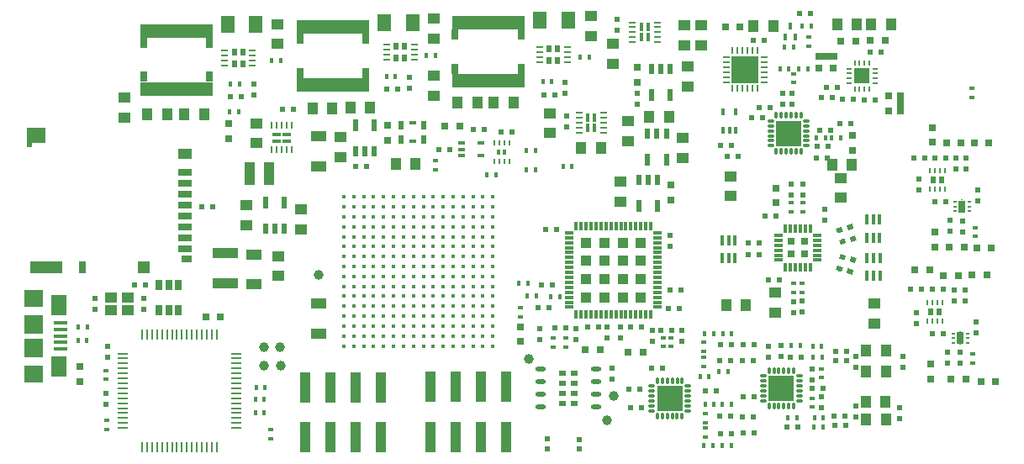
<source format=gbr>
G04 #@! TF.GenerationSoftware,KiCad,Pcbnew,(5.1.2)-1*
G04 #@! TF.CreationDate,2019-06-04T17:54:49-04:00*
G04 #@! TF.ProjectId,fmcw3,666d6377-332e-46b6-9963-61645f706362,rev?*
G04 #@! TF.SameCoordinates,Original*
G04 #@! TF.FileFunction,Paste,Top*
G04 #@! TF.FilePolarity,Positive*
%FSLAX46Y46*%
G04 Gerber Fmt 4.6, Leading zero omitted, Abs format (unit mm)*
G04 Created by KiCad (PCBNEW (5.1.2)-1) date 2019-06-04 17:54:49*
%MOMM*%
%LPD*%
G04 APERTURE LIST*
%ADD10R,1.250000X1.000000*%
%ADD11R,1.000000X1.250000*%
%ADD12R,0.500000X0.600000*%
%ADD13R,0.528000X0.636000*%
%ADD14R,0.280000X0.500000*%
%ADD15R,1.000000X3.150000*%
%ADD16R,0.850000X0.450000*%
%ADD17R,0.280000X0.800000*%
%ADD18R,0.450000X0.850000*%
%ADD19R,0.800000X0.280000*%
%ADD20R,0.600000X0.500000*%
%ADD21R,0.250000X1.000000*%
%ADD22R,1.000000X0.250000*%
%ADD23R,0.550000X0.200000*%
%ADD24R,0.200000X0.550000*%
%ADD25R,1.500000X1.500000*%
%ADD26R,0.400000X0.650000*%
%ADD27R,0.700000X2.300000*%
%ADD28R,0.700000X0.800000*%
%ADD29R,2.300000X0.700000*%
%ADD30R,0.800000X0.700000*%
%ADD31R,1.102500X1.102500*%
%ADD32R,0.850000X0.300000*%
%ADD33R,0.300000X0.850000*%
%ADD34R,0.800000X0.750000*%
%ADD35C,0.400000*%
%ADD36R,0.600000X1.050000*%
%ADD37R,0.600000X1.250000*%
%ADD38R,1.150000X1.000000*%
%ADD39R,0.400000X0.600000*%
%ADD40R,0.600000X0.400000*%
%ADD41C,0.500000*%
%ADD42C,0.100000*%
%ADD43R,0.750000X0.800000*%
%ADD44R,1.600000X1.000000*%
%ADD45R,2.500000X1.000000*%
%ADD46R,0.498000X0.714000*%
%ADD47R,0.700000X0.250000*%
%ADD48R,0.720000X0.615000*%
%ADD49O,1.100000X0.450000*%
%ADD50R,0.780000X0.780000*%
%ADD51R,0.650000X0.400000*%
%ADD52R,0.350000X1.000000*%
%ADD53R,0.390000X0.540000*%
%ADD54R,1.400000X0.700000*%
%ADD55R,1.100000X0.700000*%
%ADD56R,0.800000X1.200000*%
%ADD57R,1.200000X1.200000*%
%ADD58R,1.400000X1.000000*%
%ADD59R,3.200000X1.200000*%
%ADD60R,1.900000X1.500000*%
%ADD61R,0.500000X0.500000*%
%ADD62R,0.550000X0.500000*%
%ADD63R,0.500000X0.825000*%
%ADD64R,0.700000X0.430000*%
%ADD65R,1.340000X1.800000*%
%ADD66R,0.701040X1.000760*%
%ADD67R,0.460000X0.650000*%
%ADD68R,7.300000X1.400000*%
%ADD69R,0.650000X1.000000*%
%ADD70C,1.000000*%
%ADD71R,1.350000X0.400000*%
%ADD72R,1.600000X2.100000*%
%ADD73R,1.900000X1.800000*%
%ADD74R,1.900000X1.900000*%
%ADD75O,0.300000X0.700000*%
%ADD76O,0.700000X0.300000*%
%ADD77R,2.500000X2.500000*%
%ADD78R,0.250000X0.700000*%
%ADD79R,2.700000X2.700000*%
%ADD80R,0.200000X0.050000*%
%ADD81R,0.700000X1.200000*%
%ADD82R,0.350000X0.250000*%
G04 APERTURE END LIST*
D10*
X203425000Y-97175000D03*
X203425000Y-95175000D03*
D11*
X202550000Y-93850000D03*
X204550000Y-93850000D03*
D12*
X215925000Y-106475000D03*
X215925000Y-107575000D03*
X211025000Y-108725000D03*
X211025000Y-109825000D03*
X216000000Y-94250000D03*
X216000000Y-93150000D03*
X211325000Y-96350000D03*
X211325000Y-95250000D03*
D13*
X212685000Y-95375000D03*
X213565000Y-95375000D03*
D14*
X212375000Y-94425000D03*
X212875000Y-94425000D03*
X213375000Y-94425000D03*
X213875000Y-94425000D03*
X213875000Y-96325000D03*
X213375000Y-96325000D03*
X212875000Y-96325000D03*
X212375000Y-96325000D03*
X212125000Y-109600000D03*
X212625000Y-109600000D03*
X213125000Y-109600000D03*
X213625000Y-109600000D03*
X213625000Y-107700000D03*
X213125000Y-107700000D03*
X212625000Y-107700000D03*
X212125000Y-107700000D03*
D13*
X213315000Y-108650000D03*
X212435000Y-108650000D03*
D15*
X149490000Y-121300000D03*
X149490000Y-116250000D03*
X152030000Y-121300000D03*
X152030000Y-116250000D03*
X154570000Y-121300000D03*
X154570000Y-116250000D03*
X157110000Y-121300000D03*
X157110000Y-116250000D03*
D16*
X147625350Y-90783810D03*
X147625350Y-91443810D03*
X146625350Y-91443810D03*
X146625350Y-90783810D03*
D17*
X148125350Y-89863810D03*
X148125350Y-92363810D03*
X146125350Y-89863810D03*
X146625350Y-89863810D03*
X147125350Y-89863810D03*
X147625350Y-89863810D03*
X147625350Y-92363810D03*
X147125350Y-92363810D03*
X146625350Y-92363810D03*
X146125350Y-92363810D03*
D18*
X177963022Y-89131050D03*
X178623022Y-89131050D03*
X178623022Y-90131050D03*
X177963022Y-90131050D03*
D19*
X177043022Y-88631050D03*
X179543022Y-88631050D03*
X177043022Y-90631050D03*
X177043022Y-90131050D03*
X177043022Y-89631050D03*
X177043022Y-89131050D03*
X179543022Y-89131050D03*
X179543022Y-89631050D03*
X179543022Y-90131050D03*
X179543022Y-90631050D03*
D18*
X183370000Y-80000000D03*
X184030000Y-80000000D03*
X184030000Y-81000000D03*
X183370000Y-81000000D03*
D19*
X182450000Y-79500000D03*
X184950000Y-79500000D03*
X182450000Y-81500000D03*
X182450000Y-81000000D03*
X182450000Y-80500000D03*
X182450000Y-80000000D03*
X184950000Y-80000000D03*
X184950000Y-80500000D03*
X184950000Y-81000000D03*
X184950000Y-81500000D03*
D20*
X200350000Y-78575000D03*
X199250000Y-78575000D03*
D21*
X133060000Y-110910000D03*
X133560000Y-110910000D03*
X134060000Y-110910000D03*
X134560000Y-110910000D03*
X135060000Y-110910000D03*
X135560000Y-110910000D03*
X136060000Y-110910000D03*
X136560000Y-110910000D03*
X137060000Y-110910000D03*
X137560000Y-110910000D03*
X138060000Y-110910000D03*
X138560000Y-110910000D03*
X139060000Y-110910000D03*
X139560000Y-110910000D03*
X140060000Y-110910000D03*
X140560000Y-110910000D03*
D22*
X142510000Y-112860000D03*
X142510000Y-113360000D03*
X142510000Y-113860000D03*
X142510000Y-114360000D03*
X142510000Y-114860000D03*
X142510000Y-115360000D03*
X142510000Y-115860000D03*
X142510000Y-116360000D03*
X142510000Y-116860000D03*
X142510000Y-117360000D03*
X142510000Y-117860000D03*
X142510000Y-118360000D03*
X142510000Y-118860000D03*
X142510000Y-119360000D03*
X142510000Y-119860000D03*
X142510000Y-120360000D03*
D21*
X140560000Y-122310000D03*
X140060000Y-122310000D03*
X139560000Y-122310000D03*
X139060000Y-122310000D03*
X138560000Y-122310000D03*
X138060000Y-122310000D03*
X137560000Y-122310000D03*
X137060000Y-122310000D03*
X136560000Y-122310000D03*
X136060000Y-122310000D03*
X135560000Y-122310000D03*
X135060000Y-122310000D03*
X134560000Y-122310000D03*
X134060000Y-122310000D03*
X133560000Y-122310000D03*
X133060000Y-122310000D03*
D22*
X131110000Y-120360000D03*
X131110000Y-119860000D03*
X131110000Y-119360000D03*
X131110000Y-118860000D03*
X131110000Y-118360000D03*
X131110000Y-117860000D03*
X131110000Y-117360000D03*
X131110000Y-116860000D03*
X131110000Y-116360000D03*
X131110000Y-115860000D03*
X131110000Y-115360000D03*
X131110000Y-114860000D03*
X131110000Y-114360000D03*
X131110000Y-113860000D03*
X131110000Y-113360000D03*
X131110000Y-112860000D03*
D23*
X204235000Y-84160000D03*
X204235000Y-85660000D03*
X204235000Y-84660000D03*
X204235000Y-85160000D03*
D24*
X204810000Y-86235000D03*
X205310000Y-86235000D03*
X205810000Y-86235000D03*
X206310000Y-86235000D03*
D23*
X206885000Y-85660000D03*
X206885000Y-85160000D03*
X206885000Y-84660000D03*
X206885000Y-84160000D03*
D24*
X206310000Y-83585000D03*
X205810000Y-83585000D03*
X205310000Y-83585000D03*
X204810000Y-83585000D03*
D25*
X205560000Y-84910000D03*
D26*
X191550000Y-88500000D03*
X192850000Y-88500000D03*
X192200000Y-90400000D03*
X192850000Y-90400000D03*
X191550000Y-90400000D03*
D27*
X209420000Y-87650000D03*
D28*
X208220000Y-86900000D03*
X208220000Y-88400000D03*
D29*
X201930000Y-82950000D03*
D30*
X201180000Y-84150000D03*
X202680000Y-84150000D03*
D11*
X193875000Y-107950000D03*
X191875000Y-107950000D03*
D10*
X206775000Y-109850000D03*
X206775000Y-107850000D03*
D31*
X177769286Y-107201944D03*
X179606786Y-107201944D03*
X181444286Y-107201944D03*
X183281786Y-107201944D03*
X177769286Y-105364444D03*
X179606786Y-105364444D03*
X181444286Y-105364444D03*
X183281786Y-105364444D03*
X177769286Y-103526944D03*
X179606786Y-103526944D03*
X181444286Y-103526944D03*
X183281786Y-103526944D03*
X177769286Y-101689444D03*
X179606786Y-101689444D03*
X181444286Y-101689444D03*
X183281786Y-101689444D03*
D32*
X176075536Y-108195694D03*
X176075536Y-107695694D03*
X176075536Y-107195694D03*
X176075536Y-106695694D03*
X176075536Y-106195694D03*
X176075536Y-105695694D03*
X176075536Y-105195694D03*
X176075536Y-104695694D03*
X176075536Y-104195694D03*
X176075536Y-103695694D03*
X176075536Y-103195694D03*
X176075536Y-102695694D03*
X176075536Y-102195694D03*
X176075536Y-101695694D03*
X176075536Y-101195694D03*
X176075536Y-100695694D03*
D33*
X176775536Y-99995694D03*
X177275536Y-99995694D03*
X177775536Y-99995694D03*
X178275536Y-99995694D03*
X178775536Y-99995694D03*
X179275536Y-99995694D03*
X179775536Y-99995694D03*
X180275536Y-99995694D03*
X180775536Y-99995694D03*
X181275536Y-99995694D03*
X181775536Y-99995694D03*
X182275536Y-99995694D03*
X182775536Y-99995694D03*
X183275536Y-99995694D03*
X183775536Y-99995694D03*
X184275536Y-99995694D03*
D32*
X184975536Y-100695694D03*
X184975536Y-101195694D03*
X184975536Y-101695694D03*
X184975536Y-102195694D03*
X184975536Y-102695694D03*
X184975536Y-103195694D03*
X184975536Y-103695694D03*
X184975536Y-104195694D03*
X184975536Y-104695694D03*
X184975536Y-105195694D03*
X184975536Y-105695694D03*
X184975536Y-106195694D03*
X184975536Y-106695694D03*
X184975536Y-107195694D03*
X184975536Y-107695694D03*
X184975536Y-108195694D03*
D33*
X184275536Y-108895694D03*
X183775536Y-108895694D03*
X183275536Y-108895694D03*
X182775536Y-108895694D03*
X182275536Y-108895694D03*
X181775536Y-108895694D03*
X181275536Y-108895694D03*
X180775536Y-108895694D03*
X180275536Y-108895694D03*
X179775536Y-108895694D03*
X179275536Y-108895694D03*
X178775536Y-108895694D03*
X178275536Y-108895694D03*
X177775536Y-108895694D03*
X177275536Y-108895694D03*
X176775536Y-108895694D03*
D34*
X140950000Y-109150000D03*
X139450000Y-109150000D03*
D35*
X168373547Y-112097215D03*
X168373547Y-111097215D03*
X168373547Y-110097215D03*
X168373547Y-109097215D03*
X168373547Y-108097215D03*
X168373547Y-107097215D03*
X168373547Y-106097215D03*
X168373547Y-105097215D03*
X168373547Y-104097215D03*
X168373547Y-103097215D03*
X168373547Y-102097215D03*
X168373547Y-101097215D03*
X168373547Y-100097215D03*
X168373547Y-99097215D03*
X168373547Y-98097215D03*
X168373547Y-97097215D03*
X167373547Y-112097215D03*
X167373547Y-111097215D03*
X167373547Y-110097215D03*
X167373547Y-109097215D03*
X167373547Y-108097215D03*
X167373547Y-107097215D03*
X167373547Y-106097215D03*
X167373547Y-105097215D03*
X167373547Y-104097215D03*
X167373547Y-103097215D03*
X167373547Y-102097215D03*
X167373547Y-101097215D03*
X167373547Y-100097215D03*
X167373547Y-99097215D03*
X167373547Y-98097215D03*
X167373547Y-97097215D03*
X166373547Y-112097215D03*
X166373547Y-111097215D03*
X166373547Y-110097215D03*
X166373547Y-109097215D03*
X166373547Y-108097215D03*
X166373547Y-107097215D03*
X166373547Y-106097215D03*
X166373547Y-105097215D03*
X166373547Y-104097215D03*
X166373547Y-103097215D03*
X166373547Y-102097215D03*
X166373547Y-101097215D03*
X166373547Y-100097215D03*
X166373547Y-99097215D03*
X166373547Y-98097215D03*
X166373547Y-97097215D03*
X165373547Y-112097215D03*
X165373547Y-111097215D03*
X165373547Y-110097215D03*
X165373547Y-109097215D03*
X165373547Y-108097215D03*
X165373547Y-107097215D03*
X165373547Y-106097215D03*
X165373547Y-105097215D03*
X165373547Y-104097215D03*
X165373547Y-103097215D03*
X165373547Y-102097215D03*
X165373547Y-101097215D03*
X165373547Y-100097215D03*
X165373547Y-99097215D03*
X165373547Y-98097215D03*
X165373547Y-97097215D03*
X164373547Y-112097215D03*
X164373547Y-111097215D03*
X164373547Y-110097215D03*
X164373547Y-109097215D03*
X164373547Y-108097215D03*
X164373547Y-107097215D03*
X164373547Y-106097215D03*
X164373547Y-105097215D03*
X164373547Y-104097215D03*
X164373547Y-103097215D03*
X164373547Y-102097215D03*
X164373547Y-101097215D03*
X164373547Y-100097215D03*
X164373547Y-99097215D03*
X164373547Y-98097215D03*
X164373547Y-97097215D03*
X163373547Y-112097215D03*
X163373547Y-111097215D03*
X163373547Y-110097215D03*
X163373547Y-109097215D03*
X163373547Y-108097215D03*
X163373547Y-107097215D03*
X163373547Y-106097215D03*
X163373547Y-105097215D03*
X163373547Y-104097215D03*
X163373547Y-103097215D03*
X163373547Y-102097215D03*
X163373547Y-101097215D03*
X163373547Y-100097215D03*
X163373547Y-99097215D03*
X163373547Y-98097215D03*
X163373547Y-97097215D03*
X162373547Y-112097215D03*
X162373547Y-111097215D03*
X162373547Y-110097215D03*
X162373547Y-109097215D03*
X162373547Y-108097215D03*
X162373547Y-107097215D03*
X162373547Y-106097215D03*
X162373547Y-105097215D03*
X162373547Y-104097215D03*
X162373547Y-103097215D03*
X162373547Y-102097215D03*
X162373547Y-101097215D03*
X162373547Y-100097215D03*
X162373547Y-99097215D03*
X162373547Y-98097215D03*
X162373547Y-97097215D03*
X161373547Y-112097215D03*
X161373547Y-111097215D03*
X161373547Y-110097215D03*
X161373547Y-109097215D03*
X161373547Y-108097215D03*
X161373547Y-107097215D03*
X161373547Y-106097215D03*
X161373547Y-105097215D03*
X161373547Y-104097215D03*
X161373547Y-103097215D03*
X161373547Y-102097215D03*
X161373547Y-101097215D03*
X161373547Y-100097215D03*
X161373547Y-99097215D03*
X161373547Y-98097215D03*
X161373547Y-97097215D03*
X160373547Y-112097215D03*
X160373547Y-111097215D03*
X160373547Y-110097215D03*
X160373547Y-109097215D03*
X160373547Y-108097215D03*
X160373547Y-107097215D03*
X160373547Y-106097215D03*
X160373547Y-105097215D03*
X160373547Y-104097215D03*
X160373547Y-103097215D03*
X160373547Y-102097215D03*
X160373547Y-101097215D03*
X160373547Y-100097215D03*
X160373547Y-99097215D03*
X160373547Y-98097215D03*
X160373547Y-97097215D03*
X159373547Y-112097215D03*
X159373547Y-111097215D03*
X159373547Y-110097215D03*
X159373547Y-109097215D03*
X159373547Y-108097215D03*
X159373547Y-107097215D03*
X159373547Y-106097215D03*
X159373547Y-105097215D03*
X159373547Y-104097215D03*
X159373547Y-103097215D03*
X159373547Y-102097215D03*
X159373547Y-101097215D03*
X159373547Y-100097215D03*
X159373547Y-99097215D03*
X159373547Y-98097215D03*
X159373547Y-97097215D03*
X158373547Y-112097215D03*
X158373547Y-111097215D03*
X158373547Y-110097215D03*
X158373547Y-109097215D03*
X158373547Y-108097215D03*
X158373547Y-107097215D03*
X158373547Y-106097215D03*
X158373547Y-105097215D03*
X158373547Y-104097215D03*
X158373547Y-103097215D03*
X158373547Y-102097215D03*
X158373547Y-101097215D03*
X158373547Y-100097215D03*
X158373547Y-99097215D03*
X158373547Y-98097215D03*
X158373547Y-97097215D03*
X157373547Y-112097215D03*
X157373547Y-111097215D03*
X157373547Y-110097215D03*
X157373547Y-109097215D03*
X157373547Y-108097215D03*
X157373547Y-107097215D03*
X157373547Y-106097215D03*
X157373547Y-105097215D03*
X157373547Y-104097215D03*
X157373547Y-103097215D03*
X157373547Y-102097215D03*
X157373547Y-101097215D03*
X157373547Y-100097215D03*
X157373547Y-99097215D03*
X157373547Y-98097215D03*
X157373547Y-97097215D03*
X156373547Y-112097215D03*
X156373547Y-111097215D03*
X156373547Y-110097215D03*
X156373547Y-109097215D03*
X156373547Y-108097215D03*
X156373547Y-107097215D03*
X156373547Y-106097215D03*
X156373547Y-105097215D03*
X156373547Y-104097215D03*
X156373547Y-103097215D03*
X156373547Y-102097215D03*
X156373547Y-101097215D03*
X156373547Y-100097215D03*
X156373547Y-99097215D03*
X156373547Y-98097215D03*
X156373547Y-97097215D03*
X155373547Y-112097215D03*
X155373547Y-111097215D03*
X155373547Y-110097215D03*
X155373547Y-109097215D03*
X155373547Y-108097215D03*
X155373547Y-107097215D03*
X155373547Y-106097215D03*
X155373547Y-105097215D03*
X155373547Y-104097215D03*
X155373547Y-103097215D03*
X155373547Y-102097215D03*
X155373547Y-101097215D03*
X155373547Y-100097215D03*
X155373547Y-99097215D03*
X155373547Y-98097215D03*
X155373547Y-97097215D03*
X154373547Y-112097215D03*
X154373547Y-111097215D03*
X154373547Y-110097215D03*
X154373547Y-109097215D03*
X154373547Y-108097215D03*
X154373547Y-107097215D03*
X154373547Y-106097215D03*
X154373547Y-105097215D03*
X154373547Y-104097215D03*
X154373547Y-103097215D03*
X154373547Y-102097215D03*
X154373547Y-101097215D03*
X154373547Y-100097215D03*
X154373547Y-99097215D03*
X154373547Y-98097215D03*
X154373547Y-97097215D03*
X153373547Y-112097215D03*
X153373547Y-111097215D03*
X153373547Y-110097215D03*
X153373547Y-109097215D03*
X153373547Y-108097215D03*
X153373547Y-107097215D03*
X153373547Y-106097215D03*
X153373547Y-105097215D03*
X153373547Y-104097215D03*
X153373547Y-103097215D03*
X153373547Y-102097215D03*
X153373547Y-101097215D03*
X153373547Y-100097215D03*
X153373547Y-99097215D03*
X153373547Y-98097215D03*
X153373547Y-97097215D03*
D10*
X162400000Y-86900000D03*
X162400000Y-84900000D03*
D36*
X154550000Y-92500000D03*
X155500000Y-92500000D03*
X156450000Y-92500000D03*
D37*
X156450000Y-89900000D03*
X154550000Y-89900000D03*
D38*
X129900000Y-108500000D03*
X131650000Y-108500000D03*
X131650000Y-107200000D03*
X129900000Y-107200000D03*
D39*
X172720000Y-107050000D03*
X171820000Y-107050000D03*
D40*
X200500000Y-118270000D03*
X200500000Y-117370000D03*
D41*
X204356259Y-100132650D03*
D42*
G36*
X204131186Y-100451777D02*
G01*
X204001776Y-99968814D01*
X204581332Y-99813523D01*
X204710742Y-100296486D01*
X204131186Y-100451777D01*
X204131186Y-100451777D01*
G37*
D41*
X203293741Y-100417350D03*
D42*
G36*
X203068668Y-100736477D02*
G01*
X202939258Y-100253514D01*
X203518814Y-100098223D01*
X203648224Y-100581186D01*
X203068668Y-100736477D01*
X203068668Y-100736477D01*
G37*
D43*
X212650000Y-91600000D03*
X212650000Y-90100000D03*
D12*
X176710000Y-110320000D03*
X176710000Y-111420000D03*
X173080000Y-110370000D03*
X173080000Y-111470000D03*
D20*
X174615536Y-110245694D03*
X175715536Y-110245694D03*
D12*
X187405536Y-111635694D03*
X187405536Y-110535694D03*
D20*
X185315536Y-110505694D03*
X186415536Y-110505694D03*
D12*
X184485536Y-111625694D03*
X184485536Y-110525694D03*
D40*
X174480000Y-111310000D03*
X174480000Y-112210000D03*
X185535536Y-112175694D03*
X185535536Y-111275694D03*
X175745536Y-111305694D03*
X175745536Y-112205694D03*
X186335536Y-111255694D03*
X186335536Y-112155694D03*
D20*
X202590000Y-87060000D03*
X201490000Y-87060000D03*
D10*
X196800000Y-108750000D03*
X196800000Y-106750000D03*
D43*
X126750000Y-115700000D03*
X126750000Y-114200000D03*
D44*
X150850000Y-110850000D03*
X150850000Y-107850000D03*
X144293380Y-102906234D03*
X144293380Y-105906234D03*
X150860000Y-90980000D03*
X150860000Y-93980000D03*
D45*
X141393380Y-105756234D03*
X141393380Y-102756234D03*
D46*
X158635000Y-81905000D03*
X158635000Y-83095000D03*
X159465000Y-81905000D03*
X159465000Y-83095000D03*
D47*
X160450000Y-81750000D03*
X160450000Y-82250000D03*
X160450000Y-82750000D03*
X160450000Y-83250000D03*
X157650000Y-83250000D03*
X157650000Y-82750000D03*
X157650000Y-82250000D03*
X157650000Y-81750000D03*
X173080000Y-82020000D03*
X173080000Y-82520000D03*
X173080000Y-83020000D03*
X173080000Y-83520000D03*
X175880000Y-83520000D03*
X175880000Y-83020000D03*
X175880000Y-82520000D03*
X175880000Y-82020000D03*
D46*
X174895000Y-83365000D03*
X174895000Y-82175000D03*
X174065000Y-83365000D03*
X174065000Y-82175000D03*
X142355000Y-82515000D03*
X142355000Y-83705000D03*
X143185000Y-82515000D03*
X143185000Y-83705000D03*
D47*
X144170000Y-82360000D03*
X144170000Y-82860000D03*
X144170000Y-83360000D03*
X144170000Y-83860000D03*
X141370000Y-83860000D03*
X141370000Y-83360000D03*
X141370000Y-82860000D03*
X141370000Y-82360000D03*
D48*
X175390000Y-114822500D03*
X175390000Y-115847500D03*
X175390000Y-116872499D03*
X175390000Y-117897500D03*
X176590000Y-114822500D03*
X176590000Y-115847500D03*
X176590000Y-116872499D03*
X176590000Y-117897500D03*
D49*
X178790000Y-114455000D03*
X178790000Y-115725000D03*
X178790000Y-116995000D03*
X178790000Y-118265000D03*
X173190000Y-118265000D03*
X173190000Y-116995000D03*
X173190000Y-115725000D03*
X173190000Y-114455000D03*
D50*
X199735000Y-101555000D03*
X198435000Y-101555000D03*
X199735000Y-102855000D03*
X198435000Y-102855000D03*
D32*
X201035000Y-100955000D03*
X201035000Y-101455000D03*
X201035000Y-101955000D03*
X201035000Y-102455000D03*
X201035000Y-102955000D03*
X201035000Y-103455000D03*
D33*
X200335000Y-104155000D03*
X199835000Y-104155000D03*
X199335000Y-104155000D03*
X198835000Y-104155000D03*
X198335000Y-104155000D03*
X197835000Y-104155000D03*
D32*
X197135000Y-103455000D03*
X197135000Y-102955000D03*
X197135000Y-102455000D03*
X197135000Y-101955000D03*
X197135000Y-101455000D03*
X197135000Y-100955000D03*
D33*
X197835000Y-100255000D03*
X198335000Y-100255000D03*
X198835000Y-100255000D03*
X199335000Y-100255000D03*
X199835000Y-100255000D03*
X200335000Y-100255000D03*
D15*
X169750000Y-116200000D03*
X169750000Y-121250000D03*
X167210000Y-116200000D03*
X167210000Y-121250000D03*
X164670000Y-116200000D03*
X164670000Y-121250000D03*
X162130000Y-116200000D03*
X162130000Y-121250000D03*
D51*
X165250000Y-91650000D03*
X165250000Y-92950000D03*
X165250000Y-92300000D03*
X167150000Y-92950000D03*
X167150000Y-91650000D03*
D52*
X207350000Y-103225000D03*
X206700000Y-103225000D03*
X206050000Y-103225000D03*
X206050000Y-105025000D03*
X206700000Y-105025000D03*
X207350000Y-105025000D03*
X207325000Y-101175000D03*
X206675000Y-101175000D03*
X206025000Y-101175000D03*
X206025000Y-99375000D03*
X206675000Y-99375000D03*
X207325000Y-99375000D03*
X191460000Y-103280000D03*
X192110000Y-103280000D03*
X192760000Y-103280000D03*
X192760000Y-101480000D03*
X192110000Y-101480000D03*
X191460000Y-101480000D03*
D20*
X212650000Y-110850000D03*
X213750000Y-110850000D03*
D12*
X217030000Y-110820000D03*
X217030000Y-109720000D03*
D20*
X196280000Y-88070000D03*
X195180000Y-88070000D03*
X194400000Y-89070000D03*
X195500000Y-89070000D03*
X201030000Y-91950000D03*
X202130000Y-91950000D03*
X202025000Y-93175000D03*
X200925000Y-93175000D03*
X203330000Y-89730000D03*
X204430000Y-89730000D03*
X202400000Y-90400000D03*
X201300000Y-90400000D03*
D12*
X198540000Y-86610000D03*
X198540000Y-87710000D03*
D20*
X155700000Y-94050000D03*
X154600000Y-94050000D03*
X182210000Y-110230000D03*
X183310000Y-110230000D03*
D12*
X197600000Y-87730000D03*
X197600000Y-86630000D03*
D20*
X164000000Y-92300000D03*
X162900000Y-92300000D03*
X166440000Y-90320000D03*
X167540000Y-90320000D03*
D12*
X214800000Y-107575000D03*
X214800000Y-106475000D03*
D20*
X132300000Y-105950000D03*
X133400000Y-105950000D03*
D12*
X128350000Y-108400000D03*
X128350000Y-107300000D03*
X181220000Y-110220000D03*
X181220000Y-111320000D03*
D20*
X173700000Y-100350000D03*
X174800000Y-100350000D03*
D12*
X179910000Y-110195694D03*
X179910000Y-111295694D03*
D20*
X192400000Y-91900000D03*
X191300000Y-91900000D03*
X187325536Y-106495694D03*
X186225536Y-106495694D03*
X202010000Y-86090000D03*
X203110000Y-86090000D03*
D12*
X215410000Y-113830000D03*
X215410000Y-112730000D03*
D20*
X206840000Y-87320000D03*
X205740000Y-87320000D03*
X203600000Y-87280000D03*
X204700000Y-87280000D03*
X210450000Y-106375000D03*
X211550000Y-106375000D03*
X194620000Y-81320000D03*
X195720000Y-81320000D03*
X194060000Y-101730000D03*
X195160000Y-101730000D03*
D41*
X203268741Y-104307650D03*
D42*
G36*
X202914258Y-104471486D02*
G01*
X203043668Y-103988523D01*
X203623224Y-104143814D01*
X203493814Y-104626777D01*
X202914258Y-104471486D01*
X202914258Y-104471486D01*
G37*
D41*
X204331259Y-104592350D03*
D42*
G36*
X203976776Y-104756186D02*
G01*
X204106186Y-104273223D01*
X204685742Y-104428514D01*
X204556332Y-104911477D01*
X203976776Y-104756186D01*
X203976776Y-104756186D01*
G37*
D41*
X204656259Y-103417350D03*
D42*
G36*
X204301776Y-103581186D02*
G01*
X204431186Y-103098223D01*
X205010742Y-103253514D01*
X204881332Y-103736477D01*
X204301776Y-103581186D01*
X204301776Y-103581186D01*
G37*
D41*
X203593741Y-103132650D03*
D42*
G36*
X203239258Y-103296486D02*
G01*
X203368668Y-102813523D01*
X203948224Y-102968814D01*
X203818814Y-103451777D01*
X203239258Y-103296486D01*
X203239258Y-103296486D01*
G37*
D41*
X203593741Y-101592350D03*
D42*
G36*
X203368668Y-101911477D02*
G01*
X203239258Y-101428514D01*
X203818814Y-101273223D01*
X203948224Y-101756186D01*
X203368668Y-101911477D01*
X203368668Y-101911477D01*
G37*
D41*
X204656259Y-101307650D03*
D42*
G36*
X204431186Y-101626777D02*
G01*
X204301776Y-101143814D01*
X204881332Y-100988523D01*
X205010742Y-101471486D01*
X204431186Y-101626777D01*
X204431186Y-101626777D01*
G37*
D12*
X215025000Y-94250000D03*
X215025000Y-93150000D03*
X217250000Y-97520000D03*
X217250000Y-96420000D03*
X215660000Y-99500000D03*
X215660000Y-100600000D03*
D20*
X211850000Y-93175000D03*
X210750000Y-93175000D03*
D12*
X144350000Y-86850000D03*
X144350000Y-85750000D03*
X175650000Y-86650000D03*
X175650000Y-85550000D03*
X159960000Y-85020000D03*
X159960000Y-86120000D03*
D20*
X212870000Y-97550000D03*
X213970000Y-97550000D03*
X170310000Y-90570000D03*
X169210000Y-90570000D03*
X139100000Y-98100000D03*
X140200000Y-98100000D03*
X191950000Y-93000000D03*
X193050000Y-93000000D03*
X174600000Y-86800000D03*
X173500000Y-86800000D03*
X157710000Y-86240000D03*
X158810000Y-86240000D03*
X206360000Y-82520000D03*
X207460000Y-82520000D03*
D12*
X175793022Y-90021050D03*
X175793022Y-88921050D03*
D20*
X148280000Y-88290000D03*
X147180000Y-88290000D03*
D12*
X180911322Y-80260700D03*
X180911322Y-79160700D03*
X182920000Y-86620000D03*
X182920000Y-87720000D03*
D20*
X141950000Y-87010000D03*
X143050000Y-87010000D03*
X202725000Y-119205000D03*
X203825000Y-119205000D03*
X203965000Y-112615000D03*
X202865000Y-112615000D03*
X202885000Y-113555000D03*
X203985000Y-113555000D03*
D12*
X204965000Y-118185000D03*
X204965000Y-119285000D03*
D20*
X183190000Y-116480000D03*
X182090000Y-116480000D03*
D12*
X204965000Y-113125000D03*
X204965000Y-114225000D03*
X209375000Y-119395000D03*
X209375000Y-118295000D03*
X209640000Y-113180000D03*
X209640000Y-114280000D03*
X199550000Y-108700000D03*
X199550000Y-107600000D03*
X198650000Y-107625000D03*
X198650000Y-108725000D03*
X196140000Y-113220000D03*
X196140000Y-112120000D03*
D20*
X193580000Y-117200000D03*
X194680000Y-117200000D03*
D12*
X198425000Y-95800000D03*
X198425000Y-96900000D03*
D20*
X199460000Y-113200000D03*
X198360000Y-113200000D03*
D12*
X200500000Y-114400000D03*
X200500000Y-115500000D03*
X201440000Y-118320000D03*
X201440000Y-117220000D03*
D20*
X199085000Y-120255000D03*
X197985000Y-120255000D03*
X201620000Y-116410000D03*
X200520000Y-116410000D03*
D12*
X197430000Y-113170000D03*
X197430000Y-112070000D03*
D20*
X194720000Y-120885000D03*
X193620000Y-120885000D03*
X193510000Y-119255000D03*
X194610000Y-119255000D03*
X194645000Y-113535000D03*
X193545000Y-113535000D03*
X193595000Y-111985000D03*
X194695000Y-111985000D03*
X192400000Y-120905000D03*
X191300000Y-120905000D03*
D12*
X199625000Y-95825000D03*
X199625000Y-96925000D03*
D20*
X203885000Y-120055000D03*
X202785000Y-120055000D03*
X191305000Y-111975000D03*
X192405000Y-111975000D03*
X182270000Y-118320000D03*
X183370000Y-118320000D03*
X185440000Y-114300000D03*
X184340000Y-114300000D03*
X190900000Y-116650000D03*
X189800000Y-116650000D03*
D12*
X201775000Y-98325000D03*
X201775000Y-99425000D03*
D20*
X196900000Y-99025000D03*
X195800000Y-99025000D03*
X196125000Y-105475000D03*
X197225000Y-105475000D03*
X192340000Y-119205000D03*
X191240000Y-119205000D03*
X191195000Y-113575000D03*
X192295000Y-113575000D03*
D12*
X214180000Y-113850000D03*
X214180000Y-112750000D03*
X180340000Y-115470000D03*
X180340000Y-114370000D03*
X133200000Y-107350000D03*
X133200000Y-108450000D03*
D20*
X194110000Y-102880000D03*
X195210000Y-102880000D03*
D12*
X129550000Y-113250000D03*
X129550000Y-112150000D03*
X129450000Y-118010000D03*
X129450000Y-116910000D03*
X214390000Y-100550000D03*
X214390000Y-99450000D03*
D20*
X212875000Y-93150000D03*
X213975000Y-93150000D03*
X212625000Y-106375000D03*
X213725000Y-106375000D03*
X173275536Y-105995694D03*
X174375536Y-105995694D03*
X177960000Y-110230000D03*
X179060000Y-110230000D03*
X172955536Y-108275694D03*
X174055536Y-108275694D03*
X186025536Y-108345694D03*
X187125536Y-108345694D03*
D12*
X186240000Y-102050000D03*
X186240000Y-100950000D03*
D43*
X212925000Y-102150000D03*
X212925000Y-100650000D03*
D34*
X183480000Y-112700000D03*
X181980000Y-112700000D03*
D43*
X212475000Y-113925000D03*
X212475000Y-115425000D03*
X204580000Y-90880000D03*
X204580000Y-92380000D03*
X196900000Y-96200000D03*
X196900000Y-97700000D03*
X186290000Y-95880000D03*
X186290000Y-97380000D03*
D34*
X193280000Y-79960000D03*
X191780000Y-79960000D03*
X213750000Y-105000000D03*
X215250000Y-105000000D03*
X214350000Y-102130000D03*
X215850000Y-102130000D03*
X216020000Y-115400000D03*
X214520000Y-115400000D03*
X214050000Y-91675000D03*
X215550000Y-91675000D03*
X206370000Y-81330000D03*
X207870000Y-81330000D03*
X216850000Y-91650000D03*
X218350000Y-91650000D03*
X210900000Y-104450000D03*
X212400000Y-104450000D03*
X217520000Y-115700000D03*
X219020000Y-115700000D03*
X165040000Y-89970000D03*
X163540000Y-89970000D03*
X179190000Y-112500000D03*
X177690000Y-112500000D03*
X217100000Y-102260000D03*
X218600000Y-102260000D03*
D43*
X157750000Y-91400000D03*
X157750000Y-89900000D03*
D34*
X203430000Y-81360000D03*
X204930000Y-81360000D03*
X218150000Y-104975000D03*
X216650000Y-104975000D03*
D43*
X182920000Y-84040000D03*
X182920000Y-85540000D03*
D10*
X174113022Y-90671050D03*
X174113022Y-88671050D03*
D11*
X184100000Y-89000000D03*
X186100000Y-89000000D03*
X150210000Y-88150000D03*
X152210000Y-88150000D03*
X170450000Y-87590000D03*
X168450000Y-87590000D03*
X154030000Y-88100000D03*
X156030000Y-88100000D03*
X133560000Y-88760000D03*
X135560000Y-88760000D03*
X166800000Y-87570000D03*
X164800000Y-87570000D03*
X139290000Y-88760000D03*
X137290000Y-88760000D03*
D10*
X153000000Y-91050000D03*
X153000000Y-93050000D03*
X181250000Y-95540000D03*
X181250000Y-97540000D03*
X149069100Y-98369306D03*
X149069100Y-100369306D03*
D11*
X205980000Y-114690000D03*
X207980000Y-114690000D03*
X207980000Y-112590000D03*
X205980000Y-112590000D03*
X205965000Y-119535000D03*
X207965000Y-119535000D03*
X207935000Y-117715000D03*
X205935000Y-117715000D03*
X160580000Y-93790000D03*
X158580000Y-93790000D03*
X203030000Y-79730000D03*
X205030000Y-79730000D03*
D10*
X187500000Y-91150000D03*
X187500000Y-93150000D03*
X144525350Y-89663810D03*
X144525350Y-91663810D03*
X143569100Y-97919306D03*
X143569100Y-99919306D03*
X188030000Y-85960000D03*
X188030000Y-83960000D03*
D11*
X177250000Y-92150000D03*
X179250000Y-92150000D03*
X145850000Y-95300000D03*
X143850000Y-95300000D03*
D10*
X187631322Y-79790700D03*
X187631322Y-81790700D03*
X181950000Y-91450000D03*
X181950000Y-89450000D03*
D11*
X143850000Y-94150000D03*
X145850000Y-94150000D03*
D10*
X189391322Y-81800700D03*
X189391322Y-79800700D03*
X192300000Y-97000000D03*
X192300000Y-95000000D03*
X162460000Y-81110000D03*
X162460000Y-79110000D03*
X131250000Y-89100000D03*
X131250000Y-87100000D03*
X178250000Y-80860000D03*
X178250000Y-78860000D03*
X146670000Y-79690000D03*
X146670000Y-81690000D03*
D11*
X208450000Y-79700000D03*
X206450000Y-79700000D03*
X196630000Y-79890000D03*
X194630000Y-79890000D03*
D10*
X180495805Y-81673855D03*
X180495805Y-83673855D03*
X146793380Y-103056234D03*
X146793380Y-105056234D03*
D14*
X168510000Y-93520000D03*
X169010000Y-93520000D03*
X169510000Y-93520000D03*
X170010000Y-93520000D03*
X170010000Y-91620000D03*
X169510000Y-91620000D03*
X169010000Y-91620000D03*
X168510000Y-91620000D03*
D53*
X169585000Y-92570000D03*
X168935000Y-92570000D03*
D54*
X137400000Y-94650000D03*
X137400000Y-95750000D03*
X137400000Y-96850000D03*
X137400000Y-97950000D03*
X137400000Y-99050000D03*
X137400000Y-100150000D03*
X137400000Y-101250000D03*
X137400000Y-102350000D03*
D55*
X137550000Y-103300000D03*
D56*
X127000000Y-104150000D03*
D57*
X133200000Y-104150000D03*
D58*
X137400000Y-92750000D03*
D59*
X123400000Y-104150000D03*
D60*
X122400000Y-90850000D03*
D61*
X121700000Y-91850000D03*
D62*
X173870000Y-122440000D03*
X173870000Y-121440000D03*
X177120000Y-122440000D03*
X177120000Y-121540000D03*
D63*
X159145714Y-91312500D03*
D64*
X160295714Y-91512500D03*
D63*
X161445714Y-91312500D03*
X161445714Y-89837500D03*
D64*
X160295714Y-89637500D03*
D63*
X159145714Y-89837500D03*
D43*
X171150000Y-110150000D03*
X171150000Y-111650000D03*
X141810663Y-91188277D03*
X141810663Y-89688277D03*
D39*
X197290000Y-84170000D03*
X198190000Y-84170000D03*
X201890000Y-91160000D03*
X200990000Y-91160000D03*
X199190000Y-84170000D03*
X200090000Y-84170000D03*
X167780000Y-94830000D03*
X168680000Y-94830000D03*
X171770000Y-94350000D03*
X172670000Y-94350000D03*
D40*
X198690000Y-85580000D03*
X198690000Y-84680000D03*
D39*
X203390000Y-91130000D03*
X202490000Y-91130000D03*
X161690000Y-82850000D03*
X162590000Y-82850000D03*
X158550000Y-84970000D03*
X157650000Y-84970000D03*
X173400000Y-85500000D03*
X174300000Y-85500000D03*
X200765000Y-119345000D03*
X201665000Y-119345000D03*
X191545000Y-110875000D03*
X192445000Y-110875000D03*
D40*
X200180000Y-81880000D03*
X200180000Y-80980000D03*
D39*
X197770000Y-81980000D03*
X198670000Y-81980000D03*
X200635000Y-113205000D03*
X201535000Y-113205000D03*
X178100000Y-83000000D03*
X177200000Y-83000000D03*
D40*
X199625000Y-97675000D03*
X199625000Y-98575000D03*
X198450000Y-97700000D03*
X198450000Y-98600000D03*
X198650000Y-106725000D03*
X198650000Y-105825000D03*
X199550000Y-106725000D03*
X199550000Y-105825000D03*
D39*
X201635000Y-120295000D03*
X200735000Y-120295000D03*
X200595000Y-112135000D03*
X201495000Y-112135000D03*
X200450000Y-79860000D03*
X199550000Y-79860000D03*
D40*
X216630000Y-86160000D03*
X216630000Y-87060000D03*
D39*
X172660000Y-92450000D03*
X171760000Y-92450000D03*
D40*
X162560000Y-93460000D03*
X162560000Y-94360000D03*
D39*
X175450000Y-94050000D03*
X176350000Y-94050000D03*
X189620000Y-122095000D03*
X190520000Y-122095000D03*
D40*
X201500000Y-114380000D03*
X201500000Y-115280000D03*
D39*
X198115000Y-119315000D03*
X199015000Y-119315000D03*
D40*
X146000000Y-121450000D03*
X146000000Y-120550000D03*
D39*
X192400000Y-122085000D03*
X191500000Y-122085000D03*
X192370000Y-117995000D03*
X191470000Y-117995000D03*
X192050000Y-114700000D03*
X191150000Y-114700000D03*
D40*
X189790000Y-121275000D03*
X189790000Y-120375000D03*
X189780000Y-118905000D03*
X189780000Y-119805000D03*
X189615000Y-112655000D03*
X189615000Y-111755000D03*
X129450000Y-114550000D03*
X129450000Y-115450000D03*
X189615000Y-114175000D03*
X189615000Y-113275000D03*
X129460000Y-120490000D03*
X129460000Y-119590000D03*
D39*
X141970000Y-85680000D03*
X142870000Y-85680000D03*
X141900000Y-88550000D03*
X142800000Y-88550000D03*
D40*
X216940000Y-100170000D03*
X216940000Y-101070000D03*
X216740000Y-113820000D03*
X216740000Y-112920000D03*
D39*
X189740000Y-117975000D03*
X190640000Y-117975000D03*
X190150000Y-115200000D03*
X189250000Y-115200000D03*
X127510000Y-110190000D03*
X126610000Y-110190000D03*
X126600000Y-111560000D03*
X127500000Y-111560000D03*
X147020000Y-83350000D03*
X146120000Y-83350000D03*
X174225536Y-107145694D03*
X175125536Y-107145694D03*
X171900000Y-105810000D03*
X171000000Y-105810000D03*
X199340000Y-112030000D03*
X198440000Y-112030000D03*
X145350000Y-117500000D03*
X144450000Y-117500000D03*
X190595000Y-110835000D03*
X189695000Y-110835000D03*
X144550000Y-116300000D03*
X145450000Y-116300000D03*
X145350000Y-118800000D03*
X144450000Y-118800000D03*
D40*
X171150000Y-109150000D03*
X171150000Y-108250000D03*
D65*
X157470000Y-79580000D03*
X160330000Y-79580000D03*
X144520000Y-79720000D03*
X141660000Y-79720000D03*
X173110000Y-79300000D03*
X175970000Y-79300000D03*
D36*
X185850000Y-90750000D03*
X184900000Y-90750000D03*
X183950000Y-90750000D03*
D37*
X183950000Y-93350000D03*
X185850000Y-93350000D03*
D36*
X184950000Y-95410000D03*
X184000000Y-95410000D03*
X183050000Y-95410000D03*
D37*
X183050000Y-98010000D03*
X184950000Y-98010000D03*
X186230000Y-86780000D03*
X184330000Y-86780000D03*
D36*
X184330000Y-84180000D03*
X185280000Y-84180000D03*
X186230000Y-84180000D03*
X145469100Y-100269306D03*
X146419100Y-100269306D03*
X147369100Y-100269306D03*
D37*
X147369100Y-97669306D03*
X145469100Y-97669306D03*
D66*
X134777500Y-105970000D03*
X135730000Y-105970000D03*
X136682500Y-105970000D03*
X136682500Y-108510000D03*
X135730000Y-108510000D03*
X134777500Y-108510000D03*
D67*
X197830000Y-80970000D03*
X198830000Y-80970000D03*
X198330000Y-79920000D03*
D68*
X152280000Y-79980000D03*
X152280000Y-85780000D03*
D69*
X148955000Y-81180000D03*
X155605000Y-81180000D03*
X148955000Y-84580000D03*
X155605000Y-84580000D03*
X171235000Y-84160000D03*
X164585000Y-84160000D03*
X171235000Y-80760000D03*
X164585000Y-80760000D03*
D68*
X167910000Y-85360000D03*
X167910000Y-79560000D03*
X136530000Y-80400000D03*
X136530000Y-86200000D03*
D69*
X133205000Y-81600000D03*
X139855000Y-81600000D03*
X133205000Y-85000000D03*
X139855000Y-85000000D03*
D70*
X172000000Y-113390000D03*
X146900000Y-112200000D03*
X145300000Y-112250000D03*
X145300000Y-114100000D03*
X150810000Y-104910000D03*
X180560000Y-117130000D03*
X179850000Y-119600000D03*
X147050000Y-114100000D03*
D71*
X124825000Y-109800000D03*
X124825000Y-112400000D03*
X124825000Y-111100000D03*
X124825000Y-110450000D03*
X124825000Y-111750000D03*
D72*
X124705000Y-108000000D03*
X124705000Y-114200000D03*
D73*
X122150000Y-114900000D03*
X122150000Y-107300000D03*
D74*
X122150000Y-112300000D03*
X122150000Y-109900000D03*
D75*
X199410000Y-88880000D03*
X198910000Y-88880000D03*
X198410000Y-88880000D03*
X197910000Y-88880000D03*
X197410000Y-88880000D03*
X196910000Y-88880000D03*
X196910000Y-92480000D03*
X197410000Y-92480000D03*
X197910000Y-92480000D03*
X198410000Y-92480000D03*
X198910000Y-92480000D03*
X199410000Y-92480000D03*
D76*
X199960000Y-91930000D03*
X199960000Y-91430000D03*
X199960000Y-90930000D03*
X199960000Y-90430000D03*
X199960000Y-89930000D03*
X196360000Y-89430000D03*
X196360000Y-89920000D03*
X196360000Y-90430000D03*
X196360000Y-90930000D03*
X196360000Y-91430000D03*
X196360000Y-91930000D03*
X199960000Y-89430000D03*
D77*
X198160000Y-90680000D03*
X197435000Y-116375000D03*
D75*
X198685000Y-118175000D03*
X196185000Y-114575000D03*
X196685000Y-114575000D03*
X197185000Y-114575000D03*
X197685000Y-114575000D03*
X198195000Y-114575000D03*
X198685000Y-114575000D03*
X198185000Y-118175000D03*
X197685000Y-118175000D03*
X197185000Y-118175000D03*
X196685000Y-118175000D03*
X196185000Y-118175000D03*
D76*
X195635000Y-117625000D03*
X195635000Y-117125000D03*
X195635000Y-116625000D03*
X195635000Y-116125000D03*
X195635000Y-115625000D03*
X195635000Y-115125000D03*
X199235000Y-115125000D03*
X199235000Y-115625000D03*
X199235000Y-116125000D03*
X199235000Y-116625000D03*
X199235000Y-117125000D03*
X199235000Y-117625000D03*
X187985000Y-118630000D03*
X187985000Y-118130000D03*
X187985000Y-117630000D03*
X187985000Y-117130000D03*
X187985000Y-116630000D03*
X187985000Y-116130000D03*
X184385000Y-116130000D03*
X184385000Y-116630000D03*
X184385000Y-117130000D03*
X184385000Y-117630000D03*
X184385000Y-118130000D03*
X184385000Y-118630000D03*
D75*
X184935000Y-119180000D03*
X185435000Y-119180000D03*
X185935000Y-119180000D03*
X186435000Y-119180000D03*
X186935000Y-119180000D03*
X187435000Y-115580000D03*
X186945000Y-115580000D03*
X186435000Y-115580000D03*
X185935000Y-115580000D03*
X185435000Y-115580000D03*
X184935000Y-115580000D03*
X187435000Y-119180000D03*
D77*
X186185000Y-117380000D03*
D47*
X191870000Y-83020000D03*
X191870000Y-83520000D03*
X191870000Y-84020000D03*
X191870000Y-84520000D03*
X191870000Y-85020000D03*
X191870000Y-85520000D03*
X195670000Y-85520000D03*
X195670000Y-85020000D03*
X195670000Y-84520000D03*
X195670000Y-84020000D03*
X195670000Y-83520000D03*
X195670000Y-83020000D03*
D78*
X195020000Y-82370000D03*
X194520000Y-82370000D03*
X194020000Y-82370000D03*
X193520000Y-82370000D03*
X193020000Y-82370000D03*
X192520000Y-86170000D03*
X193010000Y-86170000D03*
X193520000Y-86170000D03*
X194020000Y-86170000D03*
X194520000Y-86170000D03*
X195020000Y-86170000D03*
X192520000Y-82370000D03*
D79*
X193770000Y-84270000D03*
D80*
X215635000Y-97415000D03*
X215635000Y-98665000D03*
D81*
X215635000Y-98040000D03*
D82*
X214910000Y-98540000D03*
X214910000Y-98040000D03*
X214910000Y-97540000D03*
X216360000Y-97540000D03*
X216360000Y-98040000D03*
X216360000Y-98540000D03*
X216180000Y-111830000D03*
X216180000Y-111330000D03*
X216180000Y-110830000D03*
X214730000Y-110830000D03*
X214730000Y-111330000D03*
X214730000Y-111830000D03*
D81*
X215455000Y-111330000D03*
D80*
X215455000Y-111955000D03*
X215455000Y-110705000D03*
M02*

</source>
